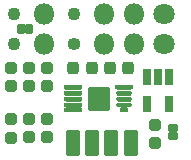
<source format=gts>
%TF.GenerationSoftware,KiCad,Pcbnew,(6.0.5)*%
%TF.CreationDate,2022-06-13T10:30:57+10:00*%
%TF.ProjectId,1-Chip,312d4368-6970-42e6-9b69-6361645f7063,3.2*%
%TF.SameCoordinates,Original*%
%TF.FileFunction,Soldermask,Top*%
%TF.FilePolarity,Negative*%
%FSLAX46Y46*%
G04 Gerber Fmt 4.6, Leading zero omitted, Abs format (unit mm)*
G04 Created by KiCad (PCBNEW (6.0.5)) date 2022-06-13 10:30:57*
%MOMM*%
%LPD*%
G01*
G04 APERTURE LIST*
G04 Aperture macros list*
%AMRoundRect*
0 Rectangle with rounded corners*
0 $1 Rounding radius*
0 $2 $3 $4 $5 $6 $7 $8 $9 X,Y pos of 4 corners*
0 Add a 4 corners polygon primitive as box body*
4,1,4,$2,$3,$4,$5,$6,$7,$8,$9,$2,$3,0*
0 Add four circle primitives for the rounded corners*
1,1,$1+$1,$2,$3*
1,1,$1+$1,$4,$5*
1,1,$1+$1,$6,$7*
1,1,$1+$1,$8,$9*
0 Add four rect primitives between the rounded corners*
20,1,$1+$1,$2,$3,$4,$5,0*
20,1,$1+$1,$4,$5,$6,$7,0*
20,1,$1+$1,$6,$7,$8,$9,0*
20,1,$1+$1,$8,$9,$2,$3,0*%
G04 Aperture macros list end*
%ADD10C,1.101600*%
%ADD11O,1.101600X1.101600*%
%ADD12C,1.801600*%
%ADD13O,1.801600X1.801600*%
%ADD14RoundRect,0.050800X-0.525000X-1.050000X0.525000X-1.050000X0.525000X1.050000X-0.525000X1.050000X0*%
%ADD15RoundRect,0.275800X-0.250000X0.225000X-0.250000X-0.225000X0.250000X-0.225000X0.250000X0.225000X0*%
%ADD16RoundRect,0.050800X-0.375000X0.250000X-0.375000X-0.250000X0.375000X-0.250000X0.375000X0.250000X0*%
%ADD17RoundRect,0.200800X-0.150000X0.512500X-0.150000X-0.512500X0.150000X-0.512500X0.150000X0.512500X0*%
%ADD18RoundRect,0.275800X0.225000X0.250000X-0.225000X0.250000X-0.225000X-0.250000X0.225000X-0.250000X0*%
%ADD19RoundRect,0.050800X-0.250000X-0.375000X0.250000X-0.375000X0.250000X0.375000X-0.250000X0.375000X0*%
%ADD20RoundRect,0.275800X-0.225000X-0.250000X0.225000X-0.250000X0.225000X0.250000X-0.225000X0.250000X0*%
%ADD21RoundRect,0.125800X-0.650000X-0.075000X0.650000X-0.075000X0.650000X0.075000X-0.650000X0.075000X0*%
%ADD22RoundRect,0.050800X-0.840000X-0.940000X0.840000X-0.940000X0.840000X0.940000X-0.840000X0.940000X0*%
%ADD23RoundRect,0.125800X-0.550000X-0.075000X0.550000X-0.075000X0.550000X0.075000X-0.550000X0.075000X0*%
%ADD24RoundRect,0.125800X-0.225000X-0.075000X0.225000X-0.075000X0.225000X0.075000X-0.225000X0.075000X0*%
G04 APERTURE END LIST*
D10*
X140462000Y-96520000D03*
X135382000Y-99060000D03*
D11*
X140462000Y-99060000D03*
D10*
X135382000Y-96520000D03*
D12*
X148082000Y-99060000D03*
X148082000Y-96520000D03*
D13*
X145542000Y-99060000D03*
X145542000Y-96520000D03*
X143002000Y-99060000D03*
X143002000Y-96520000D03*
X137922000Y-99060000D03*
X137922000Y-96520000D03*
D14*
X145288000Y-107442000D03*
X140409000Y-107401000D03*
X142009000Y-107401000D03*
X143609000Y-107401000D03*
D15*
X136652000Y-105397000D03*
X136652000Y-106947000D03*
X138176000Y-102616000D03*
X138176000Y-101066000D03*
X136652000Y-102629000D03*
X136652000Y-101079000D03*
X147320000Y-107455000D03*
X147320000Y-105905000D03*
X135128000Y-102616000D03*
X135128000Y-101066000D03*
D16*
X148844000Y-106809000D03*
X148844000Y-106159000D03*
D17*
X147574000Y-101854000D03*
X148524000Y-101854000D03*
X146624000Y-104129000D03*
X148524000Y-104129000D03*
X146624000Y-101854000D03*
D18*
X143497000Y-101092000D03*
X145047000Y-101092000D03*
D19*
X136652000Y-97790000D03*
X136002000Y-97790000D03*
D15*
X135128000Y-105423000D03*
X135128000Y-106973000D03*
D20*
X141985000Y-101100000D03*
X140435000Y-101100000D03*
D15*
X138176000Y-105410000D03*
X138176000Y-106960000D03*
D21*
X144732000Y-102670000D03*
X140432000Y-104670000D03*
D22*
X142582000Y-103670000D03*
D23*
X144732000Y-103170000D03*
X144732000Y-103670000D03*
X144732000Y-104170000D03*
D24*
X144732000Y-104670000D03*
D21*
X140432000Y-104170000D03*
X140432000Y-103670000D03*
X140432000Y-103170000D03*
X140432000Y-102670000D03*
G36*
X148436841Y-106445029D02*
G01*
X148450339Y-106454048D01*
X148469199Y-106457800D01*
X149218801Y-106457800D01*
X149237661Y-106454048D01*
X149251159Y-106445029D01*
X149253155Y-106444898D01*
X149254266Y-106446561D01*
X149253933Y-106447803D01*
X149252799Y-106449501D01*
X149243513Y-106496184D01*
X149252687Y-106518331D01*
X149253933Y-106520197D01*
X149254064Y-106522193D01*
X149252401Y-106523304D01*
X149251159Y-106522971D01*
X149237661Y-106513952D01*
X149218801Y-106510200D01*
X148469199Y-106510200D01*
X148450339Y-106513952D01*
X148436841Y-106522971D01*
X148434845Y-106523102D01*
X148433734Y-106521439D01*
X148434067Y-106520197D01*
X148435201Y-106518499D01*
X148444487Y-106471816D01*
X148435313Y-106449669D01*
X148434067Y-106447803D01*
X148433936Y-106445807D01*
X148435599Y-106444696D01*
X148436841Y-106445029D01*
G37*
G36*
X145052405Y-104369800D02*
G01*
X145052405Y-104371800D01*
X145051438Y-104372648D01*
X145007305Y-104390928D01*
X144989341Y-104434298D01*
X145007622Y-104478433D01*
X145007361Y-104480416D01*
X145005513Y-104481181D01*
X145004663Y-104480861D01*
X145004363Y-104480661D01*
X144956801Y-104471200D01*
X144507199Y-104471200D01*
X144459637Y-104480661D01*
X144451484Y-104486109D01*
X144449488Y-104486240D01*
X144448377Y-104484577D01*
X144448710Y-104483335D01*
X144473480Y-104446266D01*
X144464322Y-104400224D01*
X144425018Y-104373961D01*
X144413128Y-104372790D01*
X144411502Y-104371625D01*
X144411698Y-104369635D01*
X144413324Y-104368800D01*
X145050673Y-104368800D01*
X145052405Y-104369800D01*
G37*
G36*
X141128517Y-104360527D02*
G01*
X141128907Y-104362489D01*
X141128124Y-104363509D01*
X141121938Y-104367643D01*
X141123391Y-104369818D01*
X141123522Y-104371814D01*
X141122839Y-104372592D01*
X141102886Y-104385924D01*
X141093728Y-104431967D01*
X141119932Y-104471182D01*
X141120402Y-104471377D01*
X141120748Y-104471562D01*
X141128124Y-104476491D01*
X141129009Y-104478285D01*
X141127897Y-104479948D01*
X141126623Y-104480116D01*
X141081801Y-104471200D01*
X139782199Y-104471200D01*
X139737377Y-104480116D01*
X139735483Y-104479473D01*
X139735093Y-104477511D01*
X139735876Y-104476491D01*
X139742062Y-104472357D01*
X139740609Y-104470182D01*
X139740478Y-104468186D01*
X139741161Y-104467408D01*
X139761114Y-104454076D01*
X139770272Y-104408033D01*
X139744068Y-104368818D01*
X139743598Y-104368623D01*
X139743252Y-104368438D01*
X139735876Y-104363509D01*
X139734991Y-104361715D01*
X139736103Y-104360052D01*
X139737377Y-104359884D01*
X139782199Y-104368800D01*
X141081801Y-104368800D01*
X141126623Y-104359884D01*
X141128517Y-104360527D01*
G37*
G36*
X141128517Y-103860527D02*
G01*
X141128907Y-103862489D01*
X141128124Y-103863509D01*
X141121938Y-103867643D01*
X141123391Y-103869818D01*
X141123522Y-103871814D01*
X141122839Y-103872592D01*
X141102886Y-103885924D01*
X141093728Y-103931967D01*
X141119932Y-103971182D01*
X141120402Y-103971377D01*
X141120748Y-103971562D01*
X141128124Y-103976491D01*
X141129009Y-103978285D01*
X141127897Y-103979948D01*
X141126623Y-103980116D01*
X141081801Y-103971200D01*
X139782199Y-103971200D01*
X139737377Y-103980116D01*
X139735483Y-103979473D01*
X139735093Y-103977511D01*
X139735876Y-103976491D01*
X139742062Y-103972357D01*
X139740609Y-103970182D01*
X139740478Y-103968186D01*
X139741161Y-103967408D01*
X139761114Y-103954076D01*
X139770272Y-103908033D01*
X139744068Y-103868818D01*
X139743598Y-103868623D01*
X139743252Y-103868438D01*
X139735876Y-103863509D01*
X139734991Y-103861715D01*
X139736103Y-103860052D01*
X139737377Y-103859884D01*
X139782199Y-103868800D01*
X141081801Y-103868800D01*
X141126623Y-103859884D01*
X141128517Y-103860527D01*
G37*
G36*
X145328517Y-103860527D02*
G01*
X145328907Y-103862489D01*
X145328124Y-103863509D01*
X145321938Y-103867643D01*
X145323391Y-103869818D01*
X145323522Y-103871814D01*
X145322839Y-103872592D01*
X145302886Y-103885924D01*
X145293728Y-103931967D01*
X145319932Y-103971182D01*
X145320402Y-103971377D01*
X145320748Y-103971562D01*
X145328124Y-103976491D01*
X145329009Y-103978285D01*
X145327897Y-103979948D01*
X145326623Y-103980116D01*
X145281801Y-103971200D01*
X144182199Y-103971200D01*
X144137377Y-103980116D01*
X144135483Y-103979473D01*
X144135093Y-103977511D01*
X144135876Y-103976491D01*
X144142062Y-103972357D01*
X144140609Y-103970182D01*
X144140478Y-103968186D01*
X144141161Y-103967408D01*
X144161114Y-103954076D01*
X144170272Y-103908033D01*
X144144068Y-103868818D01*
X144143598Y-103868623D01*
X144143252Y-103868438D01*
X144135876Y-103863509D01*
X144134991Y-103861715D01*
X144136103Y-103860052D01*
X144137377Y-103859884D01*
X144182199Y-103868800D01*
X145281801Y-103868800D01*
X145326623Y-103859884D01*
X145328517Y-103860527D01*
G37*
G36*
X145328517Y-103360527D02*
G01*
X145328907Y-103362489D01*
X145328124Y-103363509D01*
X145321938Y-103367643D01*
X145323391Y-103369818D01*
X145323522Y-103371814D01*
X145322839Y-103372592D01*
X145302886Y-103385924D01*
X145293728Y-103431967D01*
X145319932Y-103471182D01*
X145320402Y-103471377D01*
X145320748Y-103471562D01*
X145328124Y-103476491D01*
X145329009Y-103478285D01*
X145327897Y-103479948D01*
X145326623Y-103480116D01*
X145281801Y-103471200D01*
X144182199Y-103471200D01*
X144137377Y-103480116D01*
X144135483Y-103479473D01*
X144135093Y-103477511D01*
X144135876Y-103476491D01*
X144142062Y-103472357D01*
X144140609Y-103470182D01*
X144140478Y-103468186D01*
X144141161Y-103467408D01*
X144161114Y-103454076D01*
X144170272Y-103408033D01*
X144144068Y-103368818D01*
X144143598Y-103368623D01*
X144143252Y-103368438D01*
X144135876Y-103363509D01*
X144134991Y-103361715D01*
X144136103Y-103360052D01*
X144137377Y-103359884D01*
X144182199Y-103368800D01*
X145281801Y-103368800D01*
X145326623Y-103359884D01*
X145328517Y-103360527D01*
G37*
G36*
X141128517Y-103360527D02*
G01*
X141128907Y-103362489D01*
X141128124Y-103363509D01*
X141121938Y-103367643D01*
X141123391Y-103369818D01*
X141123522Y-103371814D01*
X141122839Y-103372592D01*
X141102886Y-103385924D01*
X141093728Y-103431967D01*
X141119932Y-103471182D01*
X141120402Y-103471377D01*
X141120748Y-103471562D01*
X141128124Y-103476491D01*
X141129009Y-103478285D01*
X141127897Y-103479948D01*
X141126623Y-103480116D01*
X141081801Y-103471200D01*
X139782199Y-103471200D01*
X139737377Y-103480116D01*
X139735483Y-103479473D01*
X139735093Y-103477511D01*
X139735876Y-103476491D01*
X139742062Y-103472357D01*
X139740609Y-103470182D01*
X139740478Y-103468186D01*
X139741161Y-103467408D01*
X139761114Y-103454076D01*
X139770272Y-103408033D01*
X139744068Y-103368818D01*
X139743598Y-103368623D01*
X139743252Y-103368438D01*
X139735876Y-103363509D01*
X139734991Y-103361715D01*
X139736103Y-103360052D01*
X139737377Y-103359884D01*
X139782199Y-103368800D01*
X141081801Y-103368800D01*
X141126623Y-103359884D01*
X141128517Y-103360527D01*
G37*
G36*
X145377405Y-102869800D02*
G01*
X145377405Y-102871800D01*
X145376436Y-102872649D01*
X145376373Y-102872675D01*
X145376000Y-102872788D01*
X145371520Y-102873679D01*
X145371167Y-102874716D01*
X145370614Y-102875060D01*
X145332305Y-102890928D01*
X145314341Y-102934298D01*
X145332622Y-102978433D01*
X145332361Y-102980416D01*
X145330513Y-102981181D01*
X145329663Y-102980861D01*
X145329363Y-102980661D01*
X145281801Y-102971200D01*
X144182199Y-102971200D01*
X144134637Y-102980661D01*
X144126484Y-102986109D01*
X144124488Y-102986240D01*
X144123377Y-102984577D01*
X144123710Y-102983335D01*
X144148480Y-102946266D01*
X144139322Y-102900224D01*
X144100018Y-102873961D01*
X144088128Y-102872790D01*
X144086502Y-102871625D01*
X144086698Y-102869635D01*
X144088324Y-102868800D01*
X145375673Y-102868800D01*
X145377405Y-102869800D01*
G37*
G36*
X141128517Y-102860527D02*
G01*
X141128907Y-102862489D01*
X141128124Y-102863509D01*
X141121938Y-102867643D01*
X141123391Y-102869818D01*
X141123522Y-102871814D01*
X141122839Y-102872592D01*
X141102886Y-102885924D01*
X141093728Y-102931967D01*
X141119932Y-102971182D01*
X141120402Y-102971377D01*
X141120748Y-102971562D01*
X141128124Y-102976491D01*
X141129009Y-102978285D01*
X141127897Y-102979948D01*
X141126623Y-102980116D01*
X141081801Y-102971200D01*
X139782199Y-102971200D01*
X139737377Y-102980116D01*
X139735483Y-102979473D01*
X139735093Y-102977511D01*
X139735876Y-102976491D01*
X139742062Y-102972357D01*
X139740609Y-102970182D01*
X139740478Y-102968186D01*
X139741161Y-102967408D01*
X139761114Y-102954076D01*
X139770272Y-102908033D01*
X139744068Y-102868818D01*
X139743598Y-102868623D01*
X139743252Y-102868438D01*
X139735876Y-102863509D01*
X139734991Y-102861715D01*
X139736103Y-102860052D01*
X139737377Y-102859884D01*
X139782199Y-102868800D01*
X141081801Y-102868800D01*
X141126623Y-102859884D01*
X141128517Y-102860527D01*
G37*
G36*
X136290803Y-97380067D02*
G01*
X136292501Y-97381201D01*
X136339184Y-97390487D01*
X136361331Y-97381313D01*
X136363197Y-97380067D01*
X136365193Y-97379936D01*
X136366304Y-97381599D01*
X136365971Y-97382841D01*
X136356952Y-97396339D01*
X136353200Y-97415199D01*
X136353200Y-98164801D01*
X136356952Y-98183661D01*
X136365971Y-98197159D01*
X136366102Y-98199155D01*
X136364439Y-98200266D01*
X136363197Y-98199933D01*
X136361499Y-98198799D01*
X136314816Y-98189513D01*
X136292669Y-98198687D01*
X136290803Y-98199933D01*
X136288807Y-98200064D01*
X136287696Y-98198401D01*
X136288029Y-98197159D01*
X136297048Y-98183661D01*
X136300800Y-98164801D01*
X136300800Y-97415199D01*
X136297048Y-97396339D01*
X136288029Y-97382841D01*
X136287898Y-97380845D01*
X136289561Y-97379734D01*
X136290803Y-97380067D01*
G37*
M02*

</source>
